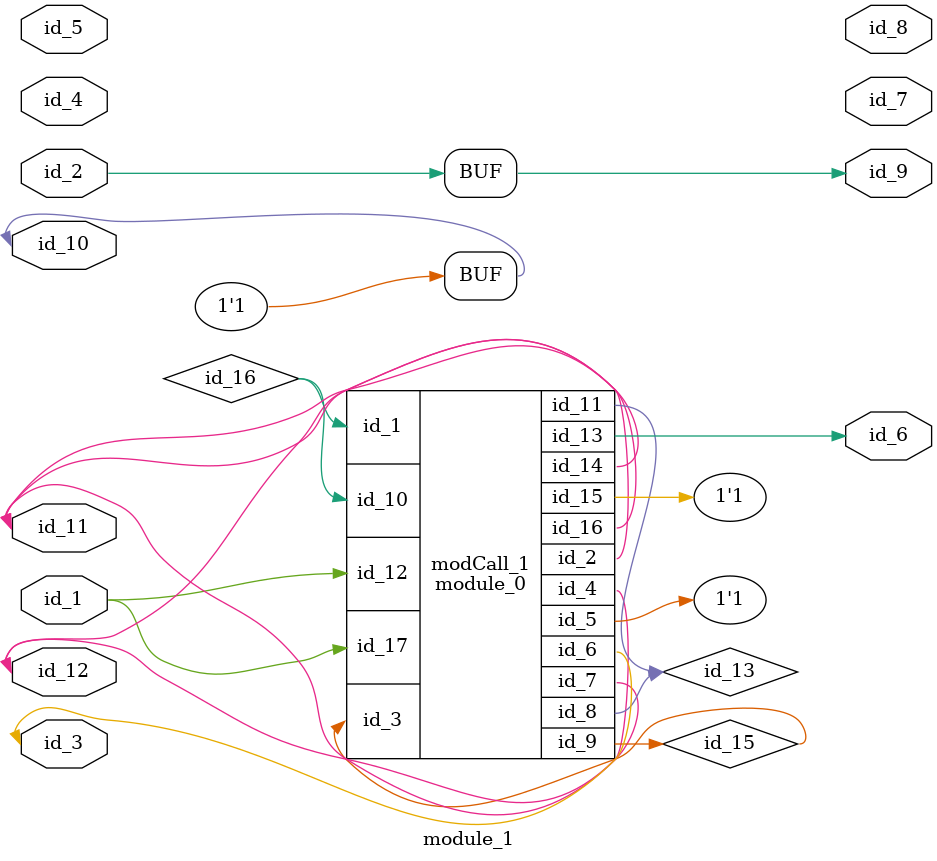
<source format=v>
module module_0 (
    id_1,
    id_2,
    id_3,
    id_4,
    id_5,
    id_6,
    id_7,
    id_8,
    id_9,
    id_10,
    id_11,
    id_12,
    id_13,
    id_14,
    id_15,
    id_16,
    id_17
);
  input wire id_17;
  inout wire id_16;
  output wire id_15;
  output wire id_14;
  output wire id_13;
  input wire id_12;
  output wire id_11;
  input wire id_10;
  output wire id_9;
  inout wire id_8;
  output wire id_7;
  output wire id_6;
  inout wire id_5;
  inout wire id_4;
  input wire id_3;
  output wire id_2;
  input wire id_1;
endmodule
module module_1 (
    id_1,
    id_2,
    id_3,
    id_4,
    id_5,
    id_6,
    id_7,
    id_8,
    id_9,
    id_10,
    id_11,
    id_12
);
  inout wire id_12;
  inout wire id_11;
  inout wire id_10;
  output wire id_9;
  output wire id_8;
  output wire id_7;
  output wire id_6;
  inout wire id_5;
  input wire id_4;
  inout wire id_3;
  inout wire id_2;
  inout wire id_1;
  wire id_13;
  assign id_9 = id_4 && id_5[1] ? id_2 : id_2;
  wire id_14;
  assign id_10 = 1;
  wire id_15;
  wire id_16;
  module_0 modCall_1 (
      id_16,
      id_11,
      id_15,
      id_11,
      id_10,
      id_3,
      id_12,
      id_13,
      id_15,
      id_16,
      id_13,
      id_1,
      id_6,
      id_11,
      id_10,
      id_12,
      id_1
  );
endmodule

</source>
